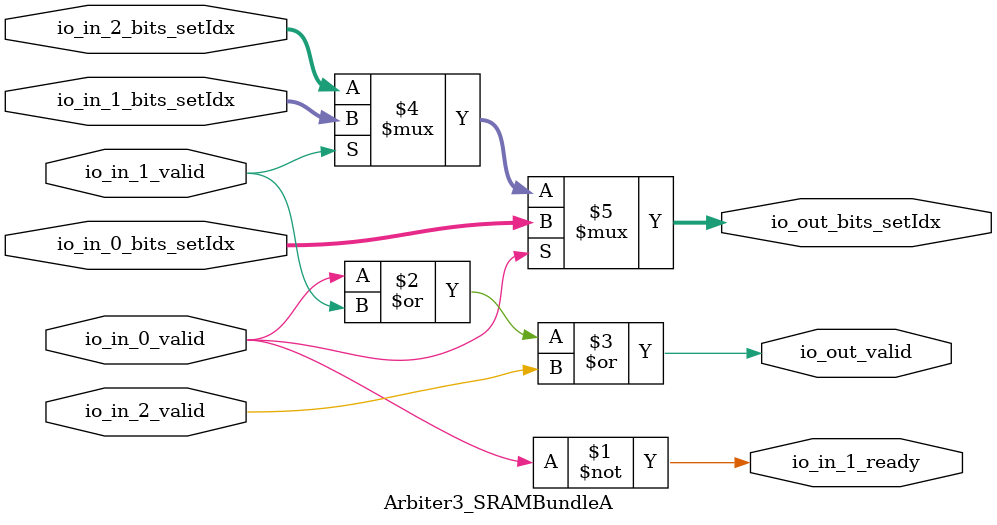
<source format=sv>
`ifndef RANDOMIZE
  `ifdef RANDOMIZE_MEM_INIT
    `define RANDOMIZE
  `endif // RANDOMIZE_MEM_INIT
`endif // not def RANDOMIZE
`ifndef RANDOMIZE
  `ifdef RANDOMIZE_REG_INIT
    `define RANDOMIZE
  `endif // RANDOMIZE_REG_INIT
`endif // not def RANDOMIZE

`ifndef RANDOM
  `define RANDOM $random
`endif // not def RANDOM

// Users can define INIT_RANDOM as general code that gets injected into the
// initializer block for modules with registers.
`ifndef INIT_RANDOM
  `define INIT_RANDOM
`endif // not def INIT_RANDOM

// If using random initialization, you can also define RANDOMIZE_DELAY to
// customize the delay used, otherwise 0.002 is used.
`ifndef RANDOMIZE_DELAY
  `define RANDOMIZE_DELAY 0.002
`endif // not def RANDOMIZE_DELAY

// Define INIT_RANDOM_PROLOG_ for use in our modules below.
`ifndef INIT_RANDOM_PROLOG_
  `ifdef RANDOMIZE
    `ifdef VERILATOR
      `define INIT_RANDOM_PROLOG_ `INIT_RANDOM
    `else  // VERILATOR
      `define INIT_RANDOM_PROLOG_ `INIT_RANDOM #`RANDOMIZE_DELAY begin end
    `endif // VERILATOR
  `else  // RANDOMIZE
    `define INIT_RANDOM_PROLOG_
  `endif // RANDOMIZE
`endif // not def INIT_RANDOM_PROLOG_

// Include register initializers in init blocks unless synthesis is set
`ifndef SYNTHESIS
  `ifndef ENABLE_INITIAL_REG_
    `define ENABLE_INITIAL_REG_
  `endif // not def ENABLE_INITIAL_REG_
`endif // not def SYNTHESIS

// Include rmemory initializers in init blocks unless synthesis is set
`ifndef SYNTHESIS
  `ifndef ENABLE_INITIAL_MEM_
    `define ENABLE_INITIAL_MEM_
  `endif // not def ENABLE_INITIAL_MEM_
`endif // not def SYNTHESIS

// Standard header to adapt well known macros for prints and assertions.

// Users can define 'PRINTF_COND' to add an extra gate to prints.
`ifndef PRINTF_COND_
  `ifdef PRINTF_COND
    `define PRINTF_COND_ (`PRINTF_COND)
  `else  // PRINTF_COND
    `define PRINTF_COND_ 1
  `endif // PRINTF_COND
`endif // not def PRINTF_COND_

// Users can define 'ASSERT_VERBOSE_COND' to add an extra gate to assert error printing.
`ifndef ASSERT_VERBOSE_COND_
  `ifdef ASSERT_VERBOSE_COND
    `define ASSERT_VERBOSE_COND_ (`ASSERT_VERBOSE_COND)
  `else  // ASSERT_VERBOSE_COND
    `define ASSERT_VERBOSE_COND_ 1
  `endif // ASSERT_VERBOSE_COND
`endif // not def ASSERT_VERBOSE_COND_

// Users can define 'STOP_COND' to add an extra gate to stop conditions.
`ifndef STOP_COND_
  `ifdef STOP_COND
    `define STOP_COND_ (`STOP_COND)
  `else  // STOP_COND
    `define STOP_COND_ 1
  `endif // STOP_COND
`endif // not def STOP_COND_

module Arbiter3_SRAMBundleA(	// src/main/scala/chisel3/util/Arbiter.scala:133:7
  input        io_in_0_valid,	// src/main/scala/chisel3/util/Arbiter.scala:140:14
  input  [7:0] io_in_0_bits_setIdx,	// src/main/scala/chisel3/util/Arbiter.scala:140:14
  output       io_in_1_ready,	// src/main/scala/chisel3/util/Arbiter.scala:140:14
  input        io_in_1_valid,	// src/main/scala/chisel3/util/Arbiter.scala:140:14
  input  [7:0] io_in_1_bits_setIdx,	// src/main/scala/chisel3/util/Arbiter.scala:140:14
  input        io_in_2_valid,	// src/main/scala/chisel3/util/Arbiter.scala:140:14
  input  [7:0] io_in_2_bits_setIdx,	// src/main/scala/chisel3/util/Arbiter.scala:140:14
  output       io_out_valid,	// src/main/scala/chisel3/util/Arbiter.scala:140:14
  output [7:0] io_out_bits_setIdx	// src/main/scala/chisel3/util/Arbiter.scala:140:14
);

  assign io_in_1_ready = ~io_in_0_valid;	// src/main/scala/chisel3/util/Arbiter.scala:45:78, :133:7
  assign io_out_valid = io_in_0_valid | io_in_1_valid | io_in_2_valid;	// src/main/scala/chisel3/util/Arbiter.scala:133:7, :154:31
  assign io_out_bits_setIdx =
    io_in_0_valid
      ? io_in_0_bits_setIdx
      : io_in_1_valid ? io_in_1_bits_setIdx : io_in_2_bits_setIdx;	// src/main/scala/chisel3/util/Arbiter.scala:133:7, :143:15, :145:26, :147:19
endmodule


</source>
